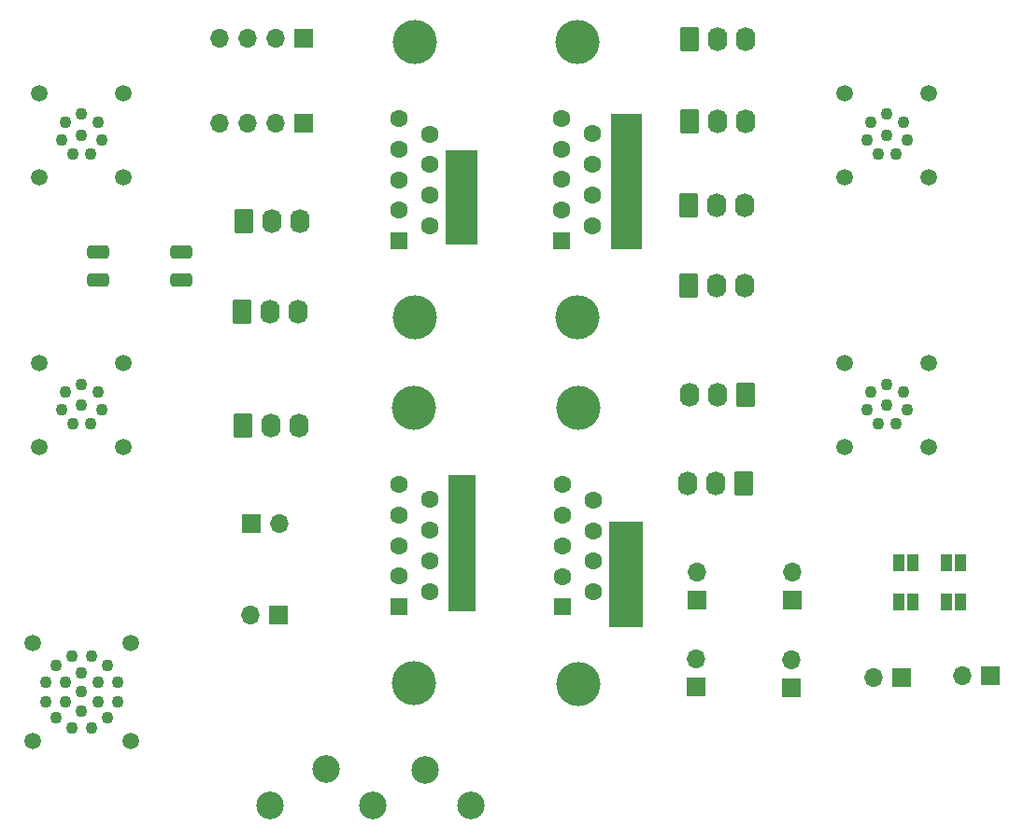
<source format=gbr>
G04 #@! TF.GenerationSoftware,KiCad,Pcbnew,(7.0.0)*
G04 #@! TF.CreationDate,2023-03-08T01:07:39+01:00*
G04 #@! TF.ProjectId,inverter_box_LV_distribution_board,696e7665-7274-4657-925f-626f785f4c56,rev?*
G04 #@! TF.SameCoordinates,Original*
G04 #@! TF.FileFunction,Soldermask,Bot*
G04 #@! TF.FilePolarity,Negative*
%FSLAX46Y46*%
G04 Gerber Fmt 4.6, Leading zero omitted, Abs format (unit mm)*
G04 Created by KiCad (PCBNEW (7.0.0)) date 2023-03-08 01:07:39*
%MOMM*%
%LPD*%
G01*
G04 APERTURE LIST*
G04 Aperture macros list*
%AMRoundRect*
0 Rectangle with rounded corners*
0 $1 Rounding radius*
0 $2 $3 $4 $5 $6 $7 $8 $9 X,Y pos of 4 corners*
0 Add a 4 corners polygon primitive as box body*
4,1,4,$2,$3,$4,$5,$6,$7,$8,$9,$2,$3,0*
0 Add four circle primitives for the rounded corners*
1,1,$1+$1,$2,$3*
1,1,$1+$1,$4,$5*
1,1,$1+$1,$6,$7*
1,1,$1+$1,$8,$9*
0 Add four rect primitives between the rounded corners*
20,1,$1+$1,$2,$3,$4,$5,0*
20,1,$1+$1,$4,$5,$6,$7,0*
20,1,$1+$1,$6,$7,$8,$9,0*
20,1,$1+$1,$8,$9,$2,$3,0*%
G04 Aperture macros list end*
%ADD10C,0.100000*%
%ADD11C,4.000000*%
%ADD12R,1.600000X1.600000*%
%ADD13C,1.600000*%
%ADD14C,2.500000*%
%ADD15C,1.099820*%
%ADD16C,1.498600*%
%ADD17RoundRect,0.300000X-0.700000X-0.300000X0.700000X-0.300000X0.700000X0.300000X-0.700000X0.300000X0*%
%ADD18R,1.700000X1.700000*%
%ADD19O,1.700000X1.700000*%
%ADD20RoundRect,0.250000X-0.620000X-0.850000X0.620000X-0.850000X0.620000X0.850000X-0.620000X0.850000X0*%
%ADD21O,1.740000X2.200000*%
%ADD22RoundRect,0.250000X0.620000X0.850000X-0.620000X0.850000X-0.620000X-0.850000X0.620000X-0.850000X0*%
%ADD23R,1.000000X1.500000*%
G04 APERTURE END LIST*
D10*
X113775000Y-91825000D02*
X116125000Y-91825000D01*
X116125000Y-91825000D02*
X116125000Y-104150000D01*
X116125000Y-104150000D02*
X113775000Y-104150000D01*
X113775000Y-104150000D02*
X113775000Y-91825000D01*
G36*
X113775000Y-91825000D02*
G01*
X116125000Y-91825000D01*
X116125000Y-104150000D01*
X113775000Y-104150000D01*
X113775000Y-91825000D01*
G37*
X128300000Y-96075000D02*
X131325000Y-96075000D01*
X131325000Y-96075000D02*
X131325000Y-105550000D01*
X131325000Y-105550000D02*
X128300000Y-105550000D01*
X128300000Y-105550000D02*
X128300000Y-96075000D01*
G36*
X128300000Y-96075000D02*
G01*
X131325000Y-96075000D01*
X131325000Y-105550000D01*
X128300000Y-105550000D01*
X128300000Y-96075000D01*
G37*
X128462500Y-59075000D02*
X131187500Y-59075000D01*
X131187500Y-59075000D02*
X131187500Y-71300000D01*
X131187500Y-71300000D02*
X128462500Y-71300000D01*
X128462500Y-71300000D02*
X128462500Y-59075000D01*
G36*
X128462500Y-59075000D02*
G01*
X131187500Y-59075000D01*
X131187500Y-71300000D01*
X128462500Y-71300000D01*
X128462500Y-59075000D01*
G37*
X113525000Y-62350000D02*
X116275000Y-62350000D01*
X116275000Y-62350000D02*
X116275000Y-70850000D01*
X116275000Y-70850000D02*
X113525000Y-70850000D01*
X113525000Y-70850000D02*
X113525000Y-62350000D01*
G36*
X113525000Y-62350000D02*
G01*
X116275000Y-62350000D01*
X116275000Y-70850000D01*
X113525000Y-70850000D01*
X113525000Y-62350000D01*
G37*
D11*
X125417720Y-77541520D03*
X125417720Y-52541520D03*
D12*
X123997719Y-70581519D03*
D13*
X123997720Y-67811520D03*
X123997720Y-65041520D03*
X123997720Y-62271520D03*
X123997720Y-59501520D03*
X126837720Y-69196520D03*
X126837720Y-66426520D03*
X126837720Y-63656520D03*
X126837720Y-60886520D03*
D11*
X110655240Y-110734240D03*
X110655240Y-85734240D03*
D12*
X109235239Y-103774239D03*
D13*
X109235240Y-101004240D03*
X109235240Y-98234240D03*
X109235240Y-95464240D03*
X109235240Y-92694240D03*
X112075240Y-102389240D03*
X112075240Y-99619240D03*
X112075240Y-96849240D03*
X112075240Y-94079240D03*
D11*
X125499000Y-110764720D03*
X125499000Y-85764720D03*
D12*
X124078999Y-103804719D03*
D13*
X124079000Y-101034720D03*
X124079000Y-98264720D03*
X124079000Y-95494720D03*
X124079000Y-92724720D03*
X126919000Y-102419720D03*
X126919000Y-99649720D03*
X126919000Y-96879720D03*
X126919000Y-94109720D03*
D11*
X110680640Y-77551680D03*
X110680640Y-52551680D03*
D12*
X109260639Y-70591679D03*
D13*
X109260640Y-67821680D03*
X109260640Y-65051680D03*
X109260640Y-62281680D03*
X109260640Y-59511680D03*
X112100640Y-69206680D03*
X112100640Y-66436680D03*
X112100640Y-63666680D03*
X112100640Y-60896680D03*
D14*
X106892400Y-121797800D03*
X102628700Y-118491000D03*
X115778280Y-121777760D03*
X111633000Y-118592600D03*
D15*
X79657360Y-108276740D03*
X78156220Y-109145420D03*
X77287540Y-110646560D03*
X77287540Y-112378840D03*
X78156220Y-113879980D03*
X79657360Y-114748660D03*
X81389640Y-114748660D03*
X82890780Y-113879980D03*
X83759460Y-112378840D03*
X83759460Y-110646560D03*
X82890780Y-109145420D03*
X81389640Y-108276740D03*
X80523500Y-109765180D03*
X79009660Y-110638940D03*
X79009660Y-112386460D03*
X80523500Y-113260220D03*
X82037340Y-112386460D03*
X82037340Y-110638940D03*
X80523500Y-111512700D03*
D16*
X76078500Y-115957700D03*
X84968500Y-115957700D03*
X84968500Y-107067700D03*
X76078500Y-107067700D03*
D15*
X80523500Y-83612780D03*
X79040140Y-84329060D03*
X78671840Y-85934340D03*
X79700540Y-87224660D03*
X81346460Y-87224660D03*
X82375160Y-85934340D03*
X82006860Y-84329060D03*
X80523500Y-85512700D03*
D16*
X76713500Y-89322700D03*
X84333500Y-89322700D03*
X84333500Y-81702700D03*
X76713500Y-81702700D03*
D15*
X80523500Y-59112780D03*
X79040140Y-59829060D03*
X78671840Y-61434340D03*
X79700540Y-62724660D03*
X81346460Y-62724660D03*
X82375160Y-61434340D03*
X82006860Y-59829060D03*
X80523500Y-61012700D03*
D16*
X76713500Y-64822700D03*
X84333500Y-64822700D03*
X84333500Y-57202700D03*
X76713500Y-57202700D03*
D15*
X153500000Y-59100080D03*
X152016640Y-59816360D03*
X151648340Y-61421640D03*
X152677040Y-62711960D03*
X154322960Y-62711960D03*
X155351660Y-61421640D03*
X154983360Y-59816360D03*
X153500000Y-61000000D03*
D16*
X149690000Y-64810000D03*
X157310000Y-64810000D03*
X157310000Y-57190000D03*
X149690000Y-57190000D03*
D15*
X153500000Y-83600080D03*
X152016640Y-84316360D03*
X151648340Y-85921640D03*
X152677040Y-87211960D03*
X154322960Y-87211960D03*
X155351660Y-85921640D03*
X154983360Y-84316360D03*
X153500000Y-85500000D03*
D16*
X149690000Y-89310000D03*
X157310000Y-89310000D03*
X157310000Y-81690000D03*
X149690000Y-81690000D03*
D14*
X97586800Y-121798080D03*
D17*
X82050000Y-74170000D03*
X82050000Y-71630000D03*
X89550000Y-71630000D03*
X89550000Y-74170000D03*
D18*
X144854719Y-111116479D03*
D19*
X144854719Y-108576479D03*
D20*
X135554720Y-67335400D03*
D21*
X138094719Y-67335399D03*
X140634719Y-67335399D03*
D20*
X135600440Y-59735720D03*
D21*
X138140439Y-59735719D03*
X140680439Y-59735719D03*
D20*
X135615680Y-52339240D03*
D21*
X138155679Y-52339239D03*
X140695679Y-52339239D03*
D20*
X135514080Y-74625200D03*
D21*
X138054079Y-74625199D03*
X140594079Y-74625199D03*
D18*
X162880039Y-110042959D03*
D19*
X160340039Y-110042959D03*
D22*
X140665200Y-84531200D03*
D21*
X138125199Y-84531199D03*
X135585199Y-84531199D03*
D18*
X95905319Y-96255839D03*
D19*
X98445319Y-96255839D03*
D18*
X98353879Y-104505759D03*
D19*
X95813879Y-104505759D03*
D18*
X154787599Y-110195359D03*
D19*
X152247599Y-110195359D03*
D22*
X140553440Y-92643960D03*
D21*
X138013439Y-92643959D03*
X135473439Y-92643959D03*
D23*
X154533839Y-103377999D03*
X155833839Y-103377999D03*
X154533839Y-99827999D03*
X155833839Y-99827999D03*
X158883839Y-103377999D03*
X160183839Y-103377999D03*
X158883839Y-99827999D03*
X160183839Y-99827999D03*
D18*
X100655119Y-52222399D03*
D19*
X98115119Y-52222399D03*
X95575119Y-52222399D03*
X93035119Y-52222399D03*
D20*
X95148400Y-87391240D03*
D21*
X97688399Y-87391239D03*
X100228399Y-87391239D03*
D18*
X100599239Y-59903359D03*
D19*
X98059239Y-59903359D03*
X95519239Y-59903359D03*
X92979239Y-59903359D03*
D20*
X95214440Y-68834000D03*
D21*
X97754439Y-68833999D03*
X100294439Y-68833999D03*
D20*
X95072200Y-77063600D03*
D21*
X97612199Y-77063599D03*
X100152199Y-77063599D03*
D18*
X136320799Y-103190039D03*
D19*
X136320799Y-100650039D03*
D18*
X136221439Y-111096639D03*
D19*
X136221439Y-108556639D03*
D18*
X144882959Y-103180199D03*
D19*
X144882959Y-100640199D03*
M02*

</source>
